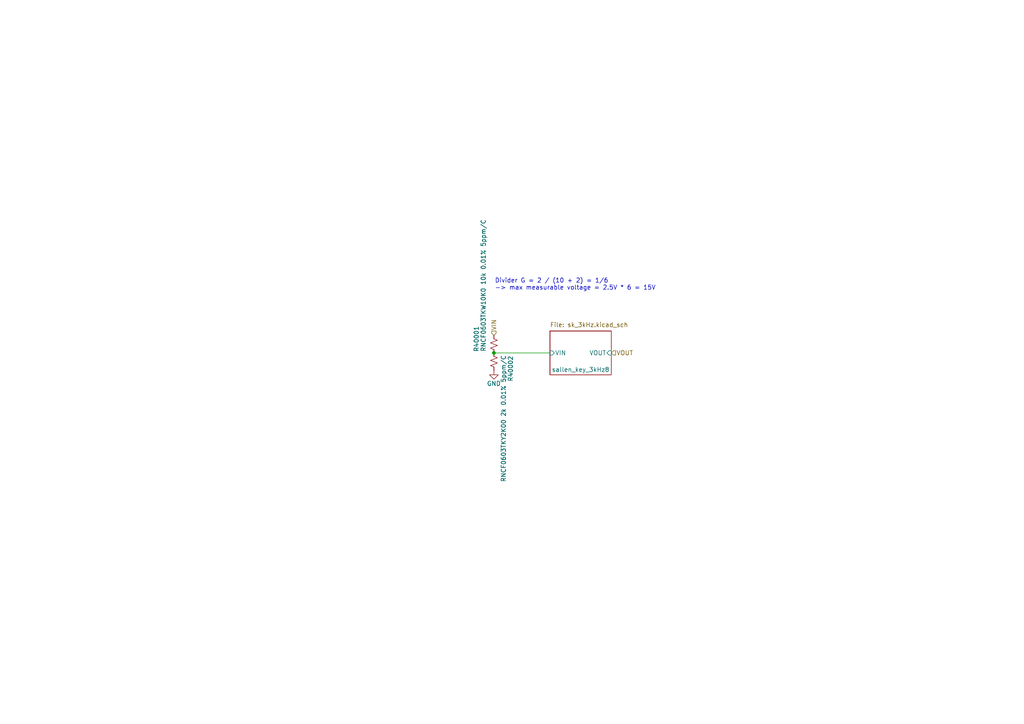
<source format=kicad_sch>
(kicad_sch (version 20231120) (generator "eeschema") (generator_version "8.0")
  (paper "A4")
  (lib_symbols
    (symbol "Device:R_Small_US" (pin_numbers hide) (pin_names (offset 0.254) hide)
      (property "Reference" "R" (at 0.762 0.508 0))
      (property "Value" "R_Small_US" (at 0.762 -1.016 0))
      (symbol "R_Small_US_1_1"
        (polyline (pts (xy 0 0) (xy 1.016 -0.381) (xy 0 -0.762) (xy -1.016 -1.143) (xy 0 -1.524)))
        (polyline (pts (xy 0 1.524) (xy 1.016 1.143) (xy 0 0.762) (xy -1.016 0.381) (xy 0 0)))
        (pin passive line (at 0 2.54 270) (length 1.016) (name "~") (number "1"))
        (pin passive line (at 0 -2.54 90) (length 1.016) (name "~") (number "2"))
      )
    )
    (symbol "power:GND" (power) (pin_names (offset 0))
      (property "Value" "GND" (at 0 -3.81 0))
      (symbol "GND_0_1"
        (polyline (pts (xy 0 0) (xy 0 -1.27) (xy 1.27 -1.27) (xy 0 -2.54) (xy -1.27 -1.27) (xy 0 -1.27)))
      )
      (symbol "GND_1_1"
        (pin power_in line (at 0 0 270) (length 0) hide (name "GND") (number "1"))
      )
    )
  )
  (junction (at 143.256 102.362))
  (wire (pts (xy 143.256 102.362) (xy 159.512 102.362)))
  (text "Divider G = 2 / (10 + 2) = 1/6\n-> max measurable voltage = 2.5V * 6 = 15V" (at 143.51 84.328 0) (effects (font (size 1.27 1.27)) (justify left bottom)))
  (hierarchical_label "VOUT" (shape input) (at 177.292 102.362 0))
  (hierarchical_label "VIN" (shape input) (at 143.256 97.282 90))
  (symbol (lib_id "Device:R_Small_US") (at 143.256 104.902 0) (unit 1)
    (property "Reference" "R40002" (at 148.082 106.934 90))
    (property "Value" "RNCF0603TKY2K00 2k 0.01% 5ppm/C" (at 146.05 121.412 90))
    (property "Footprint" "Resistor_SMD:R_0603_1608Metric" (effects (hide yes)))
    (property "LCSC" "C346578" (effects (hide yes)))
    (instances (project "analog_i" (path "" (reference "R40002") (unit 1)) (path "" (reference "R42002") (unit 1))) (project "analog_frontend_panel" (path "" (reference "R23002") (unit 1)) (path "" (reference "R45003") (unit 1))))
  )
  (symbol (lib_id "power:GND") (at 143.256 107.442 0) (unit 1)
    (property "Reference" "#PWR231" (effects (hide yes)))
    (property "Value" "GND" (at 145.288 111.252 0) (effects (justify right)))
    (instances (project "analog_i" (path "" (reference "#PWR231") (unit 1)) (path "" (reference "#PWR240") (unit 1))) (project "analog_frontend_panel" (path "" (reference "#PWR23001") (unit 1)) (path "" (reference "#PWR45009") (unit 1))))
  )
  (symbol (lib_id "Device:R_Small_US") (at 143.256 99.822 180) (unit 1)
    (property "Reference" "R40001" (at 138.176 98.298 90))
    (property "Value" "RNCF0603TKW10K0 10k 0.01% 5ppm/C" (at 140.208 82.804 90))
    (property "Footprint" "Resistor_SMD:R_0603_1608Metric" (effects (hide yes)))
    (property "LCSC" "C2482678" (effects (hide yes)))
    (instances (project "analog_i" (path "" (reference "R40001") (unit 1)) (path "" (reference "R42001") (unit 1))) (project "analog_frontend_panel" (path "" (reference "R23001") (unit 1)) (path "" (reference "R45004") (unit 1))))
  )
  (sheet (at 159.512 96.012) (size 17.78 12.7) (stroke (width 0.1524))
    (property "Sheetname" "sallen_key_3kHz8" (at 160.02 107.95 0) (effects (justify left bottom)))
    (property "Sheetfile" "sk_3kHz.kicad_sch" (at 159.512 93.472 0) (effects (justify left top)))
    (pin "VIN" input (at 159.512 102.362 180))
    (pin "VOUT" input (at 177.292 102.362 0))
  )
)
</source>
